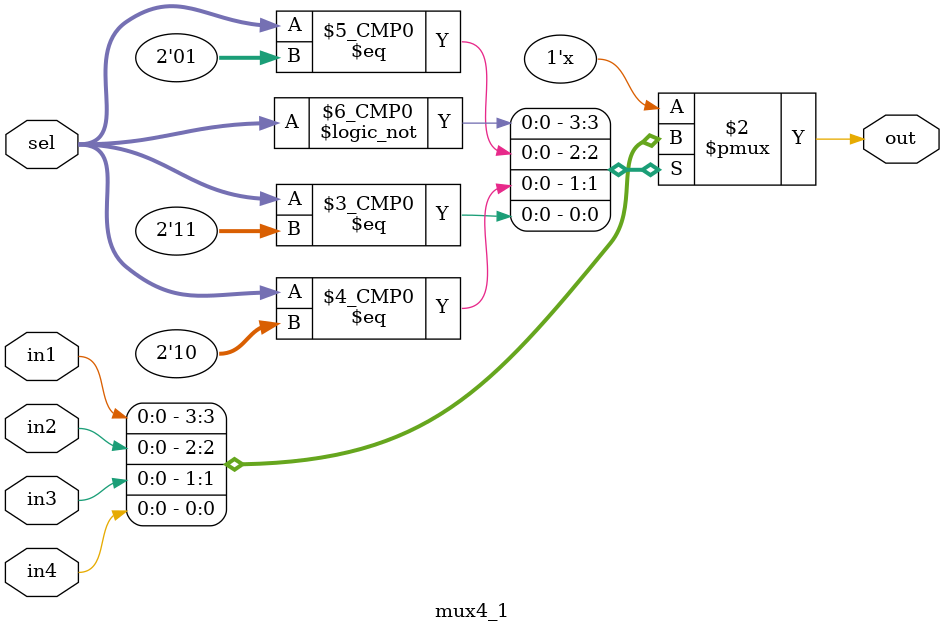
<source format=v>
/*********************************************************
 *
 *  Module: mux4_1.v
 *  Project: Hunter_RV32
 *  Author: Ali El-Said (ali.elsaid@aucegypt.edu), Ahmed Wael (awael@aucegypt.edu), Habiba Bassem (habibabassem@aucegypt.edu)
 *  Description: 4 by 1 Multiplexer
 *
 *********************************************************/
`timescale 1ns/1ns

module mux4_1 (
    sel,
    in1,
    in2,
    in3,
    in4,
    out
);
    parameter N=1;
    input [1:0] sel;
    input [N-1:0] in1;
    input [N-1:0] in2;
    input [N-1:0] in3;
    input [N-1:0] in4;
    output reg [N-1:0] out;
    
    always @(*) begin
        case(sel)
            2'b00: out = in1;
            2'b01: out = in2;
            2'b10: out = in3;
            2'b11: out = in4;
        endcase
    end
    
endmodule
</source>
